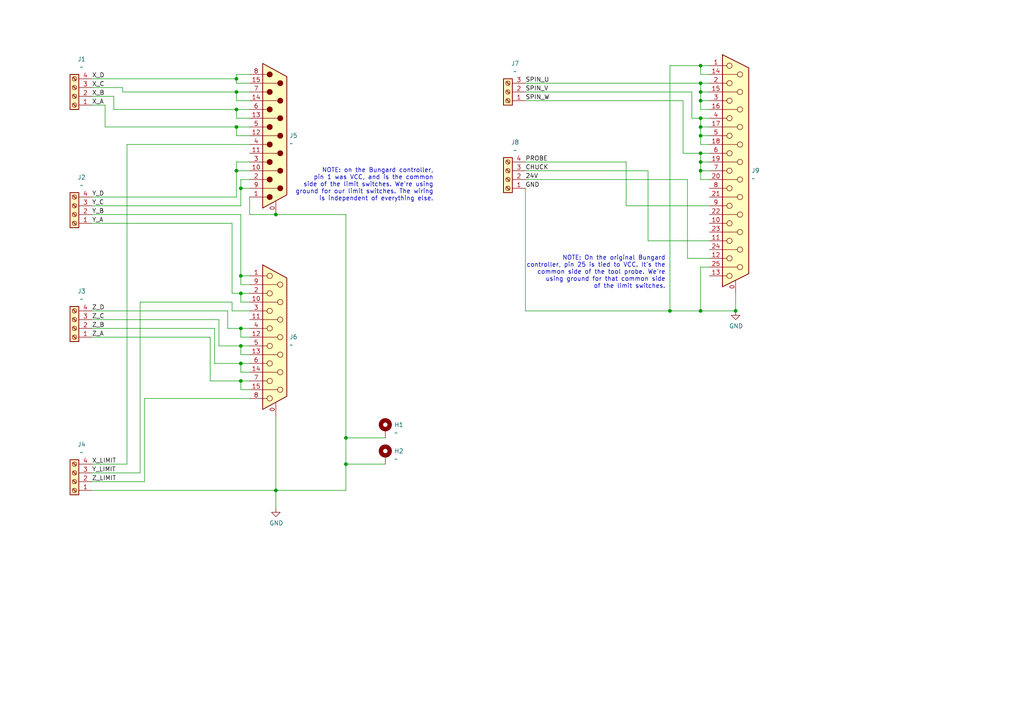
<source format=kicad_sch>
(kicad_sch (version 20211123) (generator eeschema)
  (paper "A4")
  (lib_symbols
    (symbol "Connector:DB15_Female_MountingHoles" (pin_names (offset 1.016) hide)
      (property "Reference" "J" (at 0 24.13 0))
      (property "Value" "DB15_Female_MountingHoles" (at 0 22.225 0))
      (symbol "DB15_Female_MountingHoles_0_1"
        (circle (center -1.778 -17.78) (radius 0.762))
        (circle (center -1.778 -12.7) (radius 0.762))
        (circle (center -1.778 -7.62) (radius 0.762))
        (circle (center -1.778 -2.54) (radius 0.762))
        (circle (center -1.778 2.54) (radius 0.762))
        (circle (center -1.778 7.62) (radius 0.762))
        (circle (center -1.778 12.7) (radius 0.762))
        (circle (center -1.778 17.78) (radius 0.762))
        (polyline (pts (xy -3.81 -17.78) (xy -2.54 -17.78)))
        (polyline (pts (xy -3.81 -15.24) (xy 0.508 -15.24)))
        (polyline (pts (xy -3.81 -12.7) (xy -2.54 -12.7)))
        (polyline (pts (xy -3.81 -10.16) (xy 0.508 -10.16)))
        (polyline (pts (xy -3.81 -7.62) (xy -2.54 -7.62)))
        (polyline (pts (xy -3.81 -5.08) (xy 0.508 -5.08)))
        (polyline (pts (xy -3.81 -2.54) (xy -2.54 -2.54)))
        (polyline (pts (xy -3.81 0) (xy 0.508 0)))
        (polyline (pts (xy -3.81 2.54) (xy -2.54 2.54)))
        (polyline (pts (xy -3.81 5.08) (xy 0.508 5.08)))
        (polyline (pts (xy -3.81 7.62) (xy -2.54 7.62)))
        (polyline (pts (xy -3.81 10.16) (xy 0.508 10.16)))
        (polyline (pts (xy -3.81 12.7) (xy -2.54 12.7)))
        (polyline (pts (xy -3.81 15.24) (xy 0.508 15.24)))
        (polyline (pts (xy -3.81 17.78) (xy -2.54 17.78)))
        (polyline (pts (xy -3.81 20.955) (xy 3.175 17.145) (xy 3.175 -17.145) (xy -3.81 -20.955) (xy -3.81 20.955)) (stroke (width 0.254)) (fill (type background)))
        (circle (center 1.27 -15.24) (radius 0.762))
        (circle (center 1.27 -10.16) (radius 0.762))
        (circle (center 1.27 -5.08) (radius 0.762))
        (circle (center 1.27 0) (radius 0.762))
        (circle (center 1.27 5.08) (radius 0.762))
        (circle (center 1.27 10.16) (radius 0.762))
        (circle (center 1.27 15.24) (radius 0.762))
      )
      (symbol "DB15_Female_MountingHoles_1_1"
        (pin passive line (at 0 -22.86 90) (length 3.81) (name "PAD") (number "0"))
        (pin passive line (at -7.62 17.78 0) (length 3.81) (name "1") (number "1"))
        (pin passive line (at -7.62 10.16 0) (length 3.81) (name "P10") (number "10"))
        (pin passive line (at -7.62 5.08 0) (length 3.81) (name "P111") (number "11"))
        (pin passive line (at -7.62 0 0) (length 3.81) (name "P12") (number "12"))
        (pin passive line (at -7.62 -5.08 0) (length 3.81) (name "P13") (number "13"))
        (pin passive line (at -7.62 -10.16 0) (length 3.81) (name "P14") (number "14"))
        (pin passive line (at -7.62 -15.24 0) (length 3.81) (name "P15") (number "15"))
        (pin passive line (at -7.62 12.7 0) (length 3.81) (name "2") (number "2"))
        (pin passive line (at -7.62 7.62 0) (length 3.81) (name "3") (number "3"))
        (pin passive line (at -7.62 2.54 0) (length 3.81) (name "4") (number "4"))
        (pin passive line (at -7.62 -2.54 0) (length 3.81) (name "5") (number "5"))
        (pin passive line (at -7.62 -7.62 0) (length 3.81) (name "6") (number "6"))
        (pin passive line (at -7.62 -12.7 0) (length 3.81) (name "7") (number "7"))
        (pin passive line (at -7.62 -17.78 0) (length 3.81) (name "8") (number "8"))
        (pin passive line (at -7.62 15.24 0) (length 3.81) (name "P9") (number "9"))
      )
    )
    (symbol "Connector:DB15_Male_MountingHoles" (pin_names (offset 1.016) hide)
      (property "Reference" "J" (at 0 24.13 0))
      (property "Value" "DB15_Male_MountingHoles" (at 0 22.225 0))
      (symbol "DB15_Male_MountingHoles_0_1"
        (circle (center -1.778 -17.78) (radius 0.762) (fill (type outline)))
        (circle (center -1.778 -12.7) (radius 0.762) (fill (type outline)))
        (circle (center -1.778 -7.62) (radius 0.762) (fill (type outline)))
        (circle (center -1.778 -2.54) (radius 0.762) (fill (type outline)))
        (circle (center -1.778 2.54) (radius 0.762) (fill (type outline)))
        (circle (center -1.778 7.62) (radius 0.762) (fill (type outline)))
        (circle (center -1.778 12.7) (radius 0.762) (fill (type outline)))
        (circle (center -1.778 17.78) (radius 0.762) (fill (type outline)))
        (polyline (pts (xy -3.81 -17.78) (xy -2.54 -17.78)))
        (polyline (pts (xy -3.81 -15.24) (xy 0.508 -15.24)))
        (polyline (pts (xy -3.81 -12.7) (xy -2.54 -12.7)))
        (polyline (pts (xy -3.81 -10.16) (xy 0.508 -10.16)))
        (polyline (pts (xy -3.81 -7.62) (xy -2.54 -7.62)))
        (polyline (pts (xy -3.81 -5.08) (xy 0.508 -5.08)))
        (polyline (pts (xy -3.81 -2.54) (xy -2.54 -2.54)))
        (polyline (pts (xy -3.81 0) (xy 0.508 0)))
        (polyline (pts (xy -3.81 2.54) (xy -2.54 2.54)))
        (polyline (pts (xy -3.81 5.08) (xy 0.508 5.08)))
        (polyline (pts (xy -3.81 7.62) (xy -2.54 7.62)))
        (polyline (pts (xy -3.81 10.16) (xy 0.508 10.16)))
        (polyline (pts (xy -3.81 12.7) (xy -2.54 12.7)))
        (polyline (pts (xy -3.81 15.24) (xy 0.508 15.24)))
        (polyline (pts (xy -3.81 17.78) (xy -2.54 17.78)))
        (polyline (pts (xy -3.81 -20.955) (xy 3.175 -17.145) (xy 3.175 17.145) (xy -3.81 20.955) (xy -3.81 -20.955)) (stroke (width 0.254)) (fill (type background)))
        (circle (center 1.27 -15.24) (radius 0.762) (fill (type outline)))
        (circle (center 1.27 -10.16) (radius 0.762) (fill (type outline)))
        (circle (center 1.27 -5.08) (radius 0.762) (fill (type outline)))
        (circle (center 1.27 0) (radius 0.762) (fill (type outline)))
        (circle (center 1.27 5.08) (radius 0.762) (fill (type outline)))
        (circle (center 1.27 10.16) (radius 0.762) (fill (type outline)))
        (circle (center 1.27 15.24) (radius 0.762) (fill (type outline)))
      )
      (symbol "DB15_Male_MountingHoles_1_1"
        (pin passive line (at 0 -22.86 90) (length 3.81) (name "PAD") (number "0"))
        (pin passive line (at -7.62 -17.78 0) (length 3.81) (name "1") (number "1"))
        (pin passive line (at -7.62 -10.16 0) (length 3.81) (name "P10") (number "10"))
        (pin passive line (at -7.62 -5.08 0) (length 3.81) (name "P111") (number "11"))
        (pin passive line (at -7.62 0 0) (length 3.81) (name "P12") (number "12"))
        (pin passive line (at -7.62 5.08 0) (length 3.81) (name "P13") (number "13"))
        (pin passive line (at -7.62 10.16 0) (length 3.81) (name "P14") (number "14"))
        (pin passive line (at -7.62 15.24 0) (length 3.81) (name "P15") (number "15"))
        (pin passive line (at -7.62 -12.7 0) (length 3.81) (name "2") (number "2"))
        (pin passive line (at -7.62 -7.62 0) (length 3.81) (name "3") (number "3"))
        (pin passive line (at -7.62 -2.54 0) (length 3.81) (name "4") (number "4"))
        (pin passive line (at -7.62 2.54 0) (length 3.81) (name "5") (number "5"))
        (pin passive line (at -7.62 7.62 0) (length 3.81) (name "6") (number "6"))
        (pin passive line (at -7.62 12.7 0) (length 3.81) (name "7") (number "7"))
        (pin passive line (at -7.62 17.78 0) (length 3.81) (name "8") (number "8"))
        (pin passive line (at -7.62 -15.24 0) (length 3.81) (name "P9") (number "9"))
      )
    )
    (symbol "Connector:DB25_Female_MountingHoles" (pin_names (offset 1.016) hide)
      (property "Reference" "J" (at 0 36.83 0))
      (property "Value" "DB25_Female_MountingHoles" (at 0 34.925 0))
      (symbol "DB25_Female_MountingHoles_0_1"
        (circle (center -1.778 -30.48) (radius 0.762))
        (circle (center -1.778 -25.4) (radius 0.762))
        (circle (center -1.778 -20.32) (radius 0.762))
        (circle (center -1.778 -15.24) (radius 0.762))
        (circle (center -1.778 -10.16) (radius 0.762))
        (circle (center -1.778 -5.08) (radius 0.762))
        (circle (center -1.778 0) (radius 0.762))
        (circle (center -1.778 5.08) (radius 0.762))
        (circle (center -1.778 10.16) (radius 0.762))
        (circle (center -1.778 15.24) (radius 0.762))
        (circle (center -1.778 20.32) (radius 0.762))
        (circle (center -1.778 25.4) (radius 0.762))
        (circle (center -1.778 30.48) (radius 0.762))
        (polyline (pts (xy -3.81 -30.48) (xy -2.54 -30.48)))
        (polyline (pts (xy -3.81 -27.94) (xy 0.508 -27.94)))
        (polyline (pts (xy -3.81 -25.4) (xy -2.54 -25.4)))
        (polyline (pts (xy -3.81 -22.86) (xy 0.508 -22.86)))
        (polyline (pts (xy -3.81 -20.32) (xy -2.54 -20.32)))
        (polyline (pts (xy -3.81 -17.78) (xy 0.508 -17.78)))
        (polyline (pts (xy -3.81 -15.24) (xy -2.54 -15.24)))
        (polyline (pts (xy -3.81 -12.7) (xy 0.508 -12.7)))
        (polyline (pts (xy -3.81 -10.16) (xy -2.54 -10.16)))
        (polyline (pts (xy -3.81 -7.62) (xy 0.508 -7.62)))
        (polyline (pts (xy -3.81 -5.08) (xy -2.54 -5.08)))
        (polyline (pts (xy -3.81 -2.54) (xy 0.508 -2.54)))
        (polyline (pts (xy -3.81 0) (xy -2.54 0)))
        (polyline (pts (xy -3.81 2.54) (xy 0.508 2.54)))
        (polyline (pts (xy -3.81 5.08) (xy -2.54 5.08)))
        (polyline (pts (xy -3.81 7.62) (xy 0.508 7.62)))
        (polyline (pts (xy -3.81 10.16) (xy -2.54 10.16)))
        (polyline (pts (xy -3.81 12.7) (xy 0.508 12.7)))
        (polyline (pts (xy -3.81 15.24) (xy -2.54 15.24)))
        (polyline (pts (xy -3.81 17.78) (xy 0.508 17.78)))
        (polyline (pts (xy -3.81 20.32) (xy -2.54 20.32)))
        (polyline (pts (xy -3.81 22.86) (xy 0.508 22.86)))
        (polyline (pts (xy -3.81 25.4) (xy -2.54 25.4)))
        (polyline (pts (xy -3.81 27.94) (xy 0.508 27.94)))
        (polyline (pts (xy -3.81 30.48) (xy -2.54 30.48)))
        (polyline (pts (xy -3.81 33.655) (xy 3.81 29.845) (xy 3.81 -29.845) (xy -3.81 -33.655) (xy -3.81 33.655)) (stroke (width 0.254)) (fill (type background)))
        (circle (center 1.27 -27.94) (radius 0.762))
        (circle (center 1.27 -22.86) (radius 0.762))
        (circle (center 1.27 -17.78) (radius 0.762))
        (circle (center 1.27 -12.7) (radius 0.762))
        (circle (center 1.27 -7.62) (radius 0.762))
        (circle (center 1.27 -2.54) (radius 0.762))
        (circle (center 1.27 2.54) (radius 0.762))
        (circle (center 1.27 7.62) (radius 0.762))
        (circle (center 1.27 12.7) (radius 0.762))
        (circle (center 1.27 17.78) (radius 0.762))
        (circle (center 1.27 22.86) (radius 0.762))
        (circle (center 1.27 27.94) (radius 0.762))
      )
      (symbol "DB25_Female_MountingHoles_1_1"
        (pin passive line (at 0 -35.56 90) (length 3.81) (name "PAD") (number "0"))
        (pin passive line (at -7.62 30.48 0) (length 3.81) (name "1") (number "1"))
        (pin passive line (at -7.62 -15.24 0) (length 3.81) (name "10") (number "10"))
        (pin passive line (at -7.62 -20.32 0) (length 3.81) (name "11") (number "11"))
        (pin passive line (at -7.62 -25.4 0) (length 3.81) (name "12") (number "12"))
        (pin passive line (at -7.62 -30.48 0) (length 3.81) (name "13") (number "13"))
        (pin passive line (at -7.62 27.94 0) (length 3.81) (name "P14") (number "14"))
        (pin passive line (at -7.62 22.86 0) (length 3.81) (name "P15") (number "15"))
        (pin passive line (at -7.62 17.78 0) (length 3.81) (name "P16") (number "16"))
        (pin passive line (at -7.62 12.7 0) (length 3.81) (name "P17") (number "17"))
        (pin passive line (at -7.62 7.62 0) (length 3.81) (name "P18") (number "18"))
        (pin passive line (at -7.62 2.54 0) (length 3.81) (name "P19") (number "19"))
        (pin passive line (at -7.62 25.4 0) (length 3.81) (name "2") (number "2"))
        (pin passive line (at -7.62 -2.54 0) (length 3.81) (name "P20") (number "20"))
        (pin passive line (at -7.62 -7.62 0) (length 3.81) (name "P21") (number "21"))
        (pin passive line (at -7.62 -12.7 0) (length 3.81) (name "P22") (number "22"))
        (pin passive line (at -7.62 -17.78 0) (length 3.81) (name "P23") (number "23"))
        (pin passive line (at -7.62 -22.86 0) (length 3.81) (name "P24") (number "24"))
        (pin passive line (at -7.62 -27.94 0) (length 3.81) (name "P25") (number "25"))
        (pin passive line (at -7.62 20.32 0) (length 3.81) (name "3") (number "3"))
        (pin passive line (at -7.62 15.24 0) (length 3.81) (name "4") (number "4"))
        (pin passive line (at -7.62 10.16 0) (length 3.81) (name "5") (number "5"))
        (pin passive line (at -7.62 5.08 0) (length 3.81) (name "6") (number "6"))
        (pin passive line (at -7.62 0 0) (length 3.81) (name "7") (number "7"))
        (pin passive line (at -7.62 -5.08 0) (length 3.81) (name "8") (number "8"))
        (pin passive line (at -7.62 -10.16 0) (length 3.81) (name "9") (number "9"))
      )
    )
    (symbol "Connector:Screw_Terminal_01x03" (pin_names (offset 1.016) hide)
      (property "Reference" "J" (at 0 5.08 0))
      (property "Value" "Screw_Terminal_01x03" (at 0 -5.08 0))
      (symbol "Screw_Terminal_01x03_1_1"
        (rectangle (start -1.27 3.81) (end 1.27 -3.81) (stroke (width 0.254)) (fill (type background)))
        (circle (center 0 -2.54) (radius 0.635) (stroke (width 0.1524)))
        (polyline (pts (xy -0.5334 -2.2098) (xy 0.3302 -3.048)) (stroke (width 0.1524)))
        (polyline (pts (xy -0.5334 0.3302) (xy 0.3302 -0.508)) (stroke (width 0.1524)))
        (polyline (pts (xy -0.5334 2.8702) (xy 0.3302 2.032)) (stroke (width 0.1524)))
        (polyline (pts (xy -0.3556 -2.032) (xy 0.508 -2.8702)) (stroke (width 0.1524)))
        (polyline (pts (xy -0.3556 0.508) (xy 0.508 -0.3302)) (stroke (width 0.1524)))
        (polyline (pts (xy -0.3556 3.048) (xy 0.508 2.2098)) (stroke (width 0.1524)))
        (circle (center 0 0) (radius 0.635) (stroke (width 0.1524)))
        (circle (center 0 2.54) (radius 0.635) (stroke (width 0.1524)))
        (pin passive line (at -5.08 2.54 0) (length 3.81) (name "Pin_1") (number "1"))
        (pin passive line (at -5.08 0 0) (length 3.81) (name "Pin_2") (number "2"))
        (pin passive line (at -5.08 -2.54 0) (length 3.81) (name "Pin_3") (number "3"))
      )
    )
    (symbol "Connector:Screw_Terminal_01x04" (pin_names (offset 1.016) hide)
      (property "Reference" "J" (at 0 5.08 0))
      (property "Value" "Screw_Terminal_01x04" (at 0 -7.62 0))
      (symbol "Screw_Terminal_01x04_1_1"
        (rectangle (start -1.27 3.81) (end 1.27 -6.35) (stroke (width 0.254)) (fill (type background)))
        (circle (center 0 -5.08) (radius 0.635) (stroke (width 0.1524)))
        (circle (center 0 -2.54) (radius 0.635) (stroke (width 0.1524)))
        (polyline (pts (xy -0.5334 -4.7498) (xy 0.3302 -5.588)) (stroke (width 0.1524)))
        (polyline (pts (xy -0.5334 -2.2098) (xy 0.3302 -3.048)) (stroke (width 0.1524)))
        (polyline (pts (xy -0.5334 0.3302) (xy 0.3302 -0.508)) (stroke (width 0.1524)))
        (polyline (pts (xy -0.5334 2.8702) (xy 0.3302 2.032)) (stroke (width 0.1524)))
        (polyline (pts (xy -0.3556 -4.572) (xy 0.508 -5.4102)) (stroke (width 0.1524)))
        (polyline (pts (xy -0.3556 -2.032) (xy 0.508 -2.8702)) (stroke (width 0.1524)))
        (polyline (pts (xy -0.3556 0.508) (xy 0.508 -0.3302)) (stroke (width 0.1524)))
        (polyline (pts (xy -0.3556 3.048) (xy 0.508 2.2098)) (stroke (width 0.1524)))
        (circle (center 0 0) (radius 0.635) (stroke (width 0.1524)))
        (circle (center 0 2.54) (radius 0.635) (stroke (width 0.1524)))
        (pin passive line (at -5.08 2.54 0) (length 3.81) (name "Pin_1") (number "1"))
        (pin passive line (at -5.08 0 0) (length 3.81) (name "Pin_2") (number "2"))
        (pin passive line (at -5.08 -2.54 0) (length 3.81) (name "Pin_3") (number "3"))
        (pin passive line (at -5.08 -5.08 0) (length 3.81) (name "Pin_4") (number "4"))
      )
    )
    (symbol "Mechanical:MountingHole_Pad" (pin_numbers hide) (pin_names (offset 1.016) hide)
      (property "Reference" "H" (at 0 6.35 0))
      (property "Value" "MountingHole_Pad" (at 0 4.445 0))
      (symbol "MountingHole_Pad_0_1"
        (circle (center 0 1.27) (radius 1.27) (stroke (width 1.27)))
      )
      (symbol "MountingHole_Pad_1_1"
        (pin input line (at 0 -2.54 90) (length 2.54) (name "1") (number "1"))
      )
    )
    (symbol "power:GND" (power) (pin_names (offset 0))
      (property "Value" "GND" (at 0 -3.81 0))
      (symbol "GND_0_1"
        (polyline (pts (xy 0 0) (xy 0 -1.27) (xy 1.27 -1.27) (xy 0 -2.54) (xy -1.27 -1.27) (xy 0 -1.27)))
      )
      (symbol "GND_1_1"
        (pin power_in line (at 0 0 270) (length 0) hide (name "GND") (number "1"))
      )
    )
  )
  (junction (at 203.2 26.67))
  (junction (at 203.2 39.37))
  (junction (at 203.2 19.05))
  (junction (at 213.36 90.17))
  (junction (at 69.85 100.33))
  (junction (at 203.2 90.17))
  (junction (at 69.85 95.25))
  (junction (at 68.58 26.67))
  (junction (at 69.85 80.01))
  (junction (at 203.2 29.21))
  (junction (at 203.2 24.13))
  (junction (at 203.2 49.53))
  (junction (at 68.58 49.53))
  (junction (at 80.01 62.23))
  (junction (at 80.01 142.24))
  (junction (at 69.85 54.61))
  (junction (at 100.33 127))
  (junction (at 203.2 44.45))
  (junction (at 68.58 22.86))
  (junction (at 68.58 31.75))
  (junction (at 203.2 34.29))
  (junction (at 203.2 36.83))
  (junction (at 69.85 85.09))
  (junction (at 69.85 110.49))
  (junction (at 203.2 46.99))
  (junction (at 69.85 105.41))
  (junction (at 100.33 134.62))
  (junction (at 68.58 36.83))
  (junction (at 194.31 90.17))
  (wire (pts (xy 69.85 110.49) (xy 69.85 113.03)))
  (wire (pts (xy 41.91 115.57) (xy 41.91 139.7)))
  (wire (pts (xy 68.58 31.75) (xy 72.39 31.75)))
  (wire (pts (xy 203.2 29.21) (xy 203.2 31.75)))
  (wire (pts (xy 72.39 62.23) (xy 80.01 62.23)))
  (wire (pts (xy 69.85 59.69) (xy 69.85 54.61)))
  (wire (pts (xy 26.67 27.94) (xy 33.02 27.94)))
  (wire (pts (xy 69.85 85.09) (xy 72.39 85.09)))
  (wire (pts (xy 67.31 90.17) (xy 72.39 90.17)))
  (wire (pts (xy 205.74 69.85) (xy 187.96 69.85)))
  (wire (pts (xy 69.85 110.49) (xy 72.39 110.49)))
  (wire (pts (xy 203.2 90.17) (xy 213.36 90.17)))
  (wire (pts (xy 203.2 46.99) (xy 203.2 44.45)))
  (wire (pts (xy 40.64 87.63) (xy 67.31 87.63)))
  (wire (pts (xy 36.83 41.91) (xy 36.83 134.62)))
  (wire (pts (xy 60.96 97.79) (xy 60.96 110.49)))
  (wire (pts (xy 80.01 120.65) (xy 80.01 142.24)))
  (wire (pts (xy 198.12 44.45) (xy 203.2 44.45)))
  (wire (pts (xy 203.2 44.45) (xy 205.74 44.45)))
  (wire (pts (xy 69.85 82.55) (xy 72.39 82.55)))
  (wire (pts (xy 26.67 97.79) (xy 60.96 97.79)))
  (wire (pts (xy 111.76 127) (xy 100.33 127)))
  (wire (pts (xy 69.85 87.63) (xy 72.39 87.63)))
  (wire (pts (xy 68.58 26.67) (xy 68.58 29.21)))
  (wire (pts (xy 33.02 27.94) (xy 33.02 31.75)))
  (wire (pts (xy 203.2 31.75) (xy 205.74 31.75)))
  (wire (pts (xy 69.85 97.79) (xy 69.85 95.25)))
  (wire (pts (xy 69.85 52.07) (xy 72.39 52.07)))
  (wire (pts (xy 60.96 110.49) (xy 69.85 110.49)))
  (wire (pts (xy 68.58 22.86) (xy 68.58 21.59)))
  (wire (pts (xy 203.2 29.21) (xy 203.2 26.67)))
  (wire (pts (xy 203.2 24.13) (xy 205.74 24.13)))
  (wire (pts (xy 198.12 29.21) (xy 198.12 44.45)))
  (wire (pts (xy 152.4 54.61) (xy 152.4 90.17)))
  (wire (pts (xy 187.96 69.85) (xy 187.96 49.53)))
  (wire (pts (xy 72.39 49.53) (xy 68.58 49.53)))
  (wire (pts (xy 72.39 97.79) (xy 69.85 97.79)))
  (wire (pts (xy 111.76 134.62) (xy 100.33 134.62)))
  (wire (pts (xy 152.4 52.07) (xy 199.39 52.07)))
  (wire (pts (xy 152.4 90.17) (xy 194.31 90.17)))
  (wire (pts (xy 80.01 142.24) (xy 80.01 147.32)))
  (wire (pts (xy 68.58 57.15) (xy 68.58 49.53)))
  (wire (pts (xy 203.2 77.47) (xy 203.2 90.17)))
  (wire (pts (xy 72.39 115.57) (xy 41.91 115.57)))
  (wire (pts (xy 68.58 26.67) (xy 72.39 26.67)))
  (wire (pts (xy 203.2 41.91) (xy 205.74 41.91)))
  (wire (pts (xy 203.2 36.83) (xy 205.74 36.83)))
  (wire (pts (xy 69.85 105.41) (xy 72.39 105.41)))
  (wire (pts (xy 203.2 21.59) (xy 205.74 21.59)))
  (wire (pts (xy 203.2 34.29) (xy 203.2 36.83)))
  (wire (pts (xy 199.39 74.93) (xy 205.74 74.93)))
  (wire (pts (xy 67.31 85.09) (xy 69.85 85.09)))
  (wire (pts (xy 72.39 54.61) (xy 69.85 54.61)))
  (wire (pts (xy 203.2 34.29) (xy 205.74 34.29)))
  (wire (pts (xy 68.58 46.99) (xy 72.39 46.99)))
  (wire (pts (xy 69.85 107.95) (xy 72.39 107.95)))
  (wire (pts (xy 69.85 95.25) (xy 72.39 95.25)))
  (wire (pts (xy 152.4 24.13) (xy 203.2 24.13)))
  (wire (pts (xy 69.85 113.03) (xy 72.39 113.03)))
  (wire (pts (xy 68.58 21.59) (xy 72.39 21.59)))
  (wire (pts (xy 68.58 29.21) (xy 72.39 29.21)))
  (wire (pts (xy 213.36 90.17) (xy 213.36 85.09)))
  (wire (pts (xy 26.67 22.86) (xy 68.58 22.86)))
  (wire (pts (xy 205.74 59.69) (xy 181.61 59.69)))
  (wire (pts (xy 80.01 62.23) (xy 100.33 62.23)))
  (wire (pts (xy 187.96 49.53) (xy 152.4 49.53)))
  (wire (pts (xy 203.2 49.53) (xy 203.2 46.99)))
  (wire (pts (xy 30.48 36.83) (xy 68.58 36.83)))
  (wire (pts (xy 152.4 26.67) (xy 200.66 26.67)))
  (wire (pts (xy 100.33 142.24) (xy 80.01 142.24)))
  (wire (pts (xy 69.85 80.01) (xy 69.85 82.55)))
  (wire (pts (xy 69.85 102.87) (xy 72.39 102.87)))
  (wire (pts (xy 69.85 100.33) (xy 72.39 100.33)))
  (wire (pts (xy 36.83 134.62) (xy 26.67 134.62)))
  (wire (pts (xy 203.2 36.83) (xy 203.2 39.37)))
  (wire (pts (xy 63.5 100.33) (xy 69.85 100.33)))
  (wire (pts (xy 205.74 26.67) (xy 203.2 26.67)))
  (wire (pts (xy 72.39 41.91) (xy 36.83 41.91)))
  (wire (pts (xy 194.31 90.17) (xy 203.2 90.17)))
  (wire (pts (xy 69.85 54.61) (xy 69.85 52.07)))
  (wire (pts (xy 66.04 90.17) (xy 66.04 95.25)))
  (wire (pts (xy 26.67 137.16) (xy 40.64 137.16)))
  (wire (pts (xy 72.39 24.13) (xy 68.58 24.13)))
  (wire (pts (xy 199.39 52.07) (xy 199.39 74.93)))
  (wire (pts (xy 68.58 36.83) (xy 68.58 39.37)))
  (wire (pts (xy 100.33 62.23) (xy 100.33 127)))
  (wire (pts (xy 26.67 64.77) (xy 67.31 64.77)))
  (wire (pts (xy 205.74 29.21) (xy 203.2 29.21)))
  (wire (pts (xy 203.2 26.67) (xy 203.2 24.13)))
  (wire (pts (xy 100.33 134.62) (xy 100.33 142.24)))
  (wire (pts (xy 26.67 62.23) (xy 69.85 62.23)))
  (wire (pts (xy 203.2 19.05) (xy 203.2 21.59)))
  (wire (pts (xy 68.58 36.83) (xy 72.39 36.83)))
  (wire (pts (xy 205.74 19.05) (xy 203.2 19.05)))
  (wire (pts (xy 200.66 34.29) (xy 203.2 34.29)))
  (wire (pts (xy 40.64 137.16) (xy 40.64 87.63)))
  (wire (pts (xy 72.39 80.01) (xy 69.85 80.01)))
  (wire (pts (xy 35.56 26.67) (xy 68.58 26.67)))
  (wire (pts (xy 100.33 127) (xy 100.33 134.62)))
  (wire (pts (xy 35.56 25.4) (xy 35.56 26.67)))
  (wire (pts (xy 205.74 39.37) (xy 203.2 39.37)))
  (wire (pts (xy 26.67 25.4) (xy 35.56 25.4)))
  (wire (pts (xy 181.61 59.69) (xy 181.61 46.99)))
  (wire (pts (xy 63.5 92.71) (xy 63.5 100.33)))
  (wire (pts (xy 68.58 24.13) (xy 68.58 22.86)))
  (wire (pts (xy 68.58 39.37) (xy 72.39 39.37)))
  (wire (pts (xy 69.85 100.33) (xy 69.85 102.87)))
  (wire (pts (xy 68.58 49.53) (xy 68.58 46.99)))
  (wire (pts (xy 68.58 34.29) (xy 68.58 31.75)))
  (wire (pts (xy 203.2 52.07) (xy 203.2 49.53)))
  (wire (pts (xy 26.67 92.71) (xy 63.5 92.71)))
  (wire (pts (xy 69.85 62.23) (xy 69.85 80.01)))
  (wire (pts (xy 152.4 29.21) (xy 198.12 29.21)))
  (wire (pts (xy 26.67 30.48) (xy 30.48 30.48)))
  (wire (pts (xy 72.39 57.15) (xy 72.39 62.23)))
  (wire (pts (xy 72.39 34.29) (xy 68.58 34.29)))
  (wire (pts (xy 194.31 19.05) (xy 194.31 90.17)))
  (wire (pts (xy 26.67 59.69) (xy 69.85 59.69)))
  (wire (pts (xy 67.31 87.63) (xy 67.31 90.17)))
  (wire (pts (xy 26.67 57.15) (xy 68.58 57.15)))
  (wire (pts (xy 200.66 26.67) (xy 200.66 34.29)))
  (wire (pts (xy 30.48 30.48) (xy 30.48 36.83)))
  (wire (pts (xy 62.23 105.41) (xy 62.23 95.25)))
  (wire (pts (xy 26.67 95.25) (xy 62.23 95.25)))
  (wire (pts (xy 33.02 31.75) (xy 68.58 31.75)))
  (wire (pts (xy 69.85 105.41) (xy 69.85 107.95)))
  (wire (pts (xy 26.67 142.24) (xy 80.01 142.24)))
  (wire (pts (xy 205.74 49.53) (xy 203.2 49.53)))
  (wire (pts (xy 66.04 95.25) (xy 69.85 95.25)))
  (wire (pts (xy 205.74 52.07) (xy 203.2 52.07)))
  (wire (pts (xy 203.2 39.37) (xy 203.2 41.91)))
  (wire (pts (xy 26.67 90.17) (xy 66.04 90.17)))
  (wire (pts (xy 67.31 64.77) (xy 67.31 85.09)))
  (wire (pts (xy 41.91 139.7) (xy 26.67 139.7)))
  (wire (pts (xy 69.85 105.41) (xy 62.23 105.41)))
  (wire (pts (xy 203.2 19.05) (xy 194.31 19.05)))
  (wire (pts (xy 181.61 46.99) (xy 152.4 46.99)))
  (wire (pts (xy 203.2 46.99) (xy 205.74 46.99)))
  (wire (pts (xy 69.85 85.09) (xy 69.85 87.63)))
  (wire (pts (xy 205.74 77.47) (xy 203.2 77.47)))
  (text "NOTE: On the original Bungard\ncontroller, pin 25 is tied to VCC. It's the\ncommon side of the tool probe. We're\nusing ground for that common side\nof the limit switches." (at 193.04 83.82 0) (effects (font (size 1.27 1.27)) (justify right bottom)))
  (text "NOTE: on the Bungard controller,\npin 1 was VCC, and is the common\nside of the limit switches. We're using\nground for our limit switches. The wiring\nis independent of everything else." (at 125.73 58.42 0) (effects (font (size 1.27 1.27)) (justify right bottom)))
  (label "Z_B" (at 26.67 95.25 0))
  (label "Y_C" (at 26.67 59.69 0))
  (label "Z_A" (at 26.67 97.79 0))
  (label "Y_LIMIT" (at 26.67 137.16 0))
  (label "X_B" (at 26.67 27.94 0))
  (label "Z_C" (at 26.67 92.71 0))
  (label "CHUCK" (at 152.4 49.53 0))
  (label "Y_D" (at 26.67 57.15 0))
  (label "24V" (at 152.4 52.07 0))
  (label "X_A" (at 26.67 30.48 0))
  (label "PROBE" (at 152.4 46.99 0))
  (label "Z_D" (at 26.67 90.17 0))
  (label "SPIN_U" (at 152.4 24.13 0))
  (label "SPIN_V" (at 152.4 26.67 0))
  (label "X_LIMIT" (at 26.67 134.62 0))
  (label "X_D" (at 26.67 22.86 0))
  (label "Y_B" (at 26.67 62.23 0))
  (label "X_C" (at 26.67 25.4 0))
  (label "Z_LIMIT" (at 26.67 139.7 0))
  (label "SPIN_W" (at 152.4 29.21 0))
  (label "GND" (at 152.4 54.61 0))
  (label "Y_A" (at 26.67 64.77 0))
  (symbol (lib_id "Connector:DB15_Female_MountingHoles") (at 80.01 97.79 0) (unit 1)
    (property "Reference" "J6" (at 83.9216 97.7392 0) (effects (justify left)))
    (property "Value" "~" (at 83.9216 100.0506 0) (effects (justify left)))
    (property "Footprint" "CPB:DSUB-15_Female_Horizontal_FatPin_P2.77x2.84mm_EdgePinOffset7.70mm_Housed_MountingHolesOffset9.12mm" (effects hide))
    (property "Datasheet" " ~" (effects hide))
  )
  (symbol (lib_id "Connector:DB15_Male_MountingHoles") (at 80.01 39.37 0) (unit 1)
    (property "Reference" "J5" (at 83.9216 39.3192 0) (effects (justify left)))
    (property "Value" "~" (at 83.9216 41.6306 0) (effects (justify left)))
    (property "Footprint" "CPB:DSUB-15_Male_Horizontal_FatPin_P2.77x2.84mm_EdgePinOffset7.70mm_Housed_MountingHolesOffset9.12mm" (effects hide))
    (property "Datasheet" " ~" (effects hide))
  )
  (symbol (lib_id "Connector:Screw_Terminal_01x04") (at 21.59 27.94 180) (unit 1)
    (property "Reference" "J1" (at 23.6728 17.145 0))
    (property "Value" "~" (at 23.6728 19.4564 0))
    (property "Footprint" "CPB:TerminalBlock_MetzConnect_Type086_RT03404HBLC_1x04_P3.81mm_1mm_Horizontal" (effects hide))
  )
  (symbol (lib_id "Connector:Screw_Terminal_01x04") (at 21.59 62.23 180) (unit 1)
    (property "Reference" "J2" (at 23.6728 51.435 0))
    (property "Value" "~" (at 23.6728 53.7464 0))
    (property "Footprint" "CPB:TerminalBlock_MetzConnect_Type086_RT03404HBLC_1x04_P3.81mm_1mm_Horizontal" (effects hide))
  )
  (symbol (lib_id "Connector:Screw_Terminal_01x04") (at 21.59 95.25 180) (unit 1)
    (property "Reference" "J3" (at 23.6728 84.455 0))
    (property "Value" "~" (at 23.6728 86.7664 0))
    (property "Footprint" "CPB:TerminalBlock_MetzConnect_Type086_RT03404HBLC_1x04_P3.81mm_1mm_Horizontal" (effects hide))
  )
  (symbol (lib_id "Connector:Screw_Terminal_01x04") (at 21.59 139.7 180) (unit 1)
    (property "Reference" "J4" (at 23.6728 128.905 0))
    (property "Value" "~" (at 23.6728 131.2164 0))
    (property "Footprint" "CPB:TerminalBlock_MetzConnect_Type086_RT03404HBLC_1x04_P3.81mm_1mm_Horizontal" (effects hide))
  )
  (symbol (lib_id "power:GND") (at 80.01 147.32 0) (unit 1)
    (property "Reference" "#PWR01" (effects hide))
    (property "Value" "~" (at 80.137 151.7142 0))
  )
  (symbol (lib_id "Mechanical:MountingHole_Pad") (at 111.76 132.08 0) (unit 1)
    (property "Reference" "H2" (at 114.3 130.8354 0) (effects (justify left)))
    (property "Value" "~" (at 114.3 133.1468 0) (effects (justify left)))
    (property "Footprint" "MountingHole:MountingHole_5.3mm_M5_Pad" (effects hide))
  )
  (symbol (lib_id "Mechanical:MountingHole_Pad") (at 111.76 124.46 0) (unit 1)
    (property "Reference" "H1" (at 114.3 123.2154 0) (effects (justify left)))
    (property "Value" "~" (at 114.3 125.5268 0) (effects (justify left)))
    (property "Footprint" "MountingHole:MountingHole_5.3mm_M5_Pad" (effects hide))
  )
  (symbol (lib_id "Connector:DB25_Female_MountingHoles") (at 213.36 49.53 0) (unit 1)
    (property "Reference" "J9" (at 217.932 49.4792 0) (effects (justify left)))
    (property "Value" "~" (at 217.932 51.7906 0) (effects (justify left)))
    (property "Footprint" "CPB:DSUB-25_Female_Horizontal_FatPad_P2.77x2.84mm_EdgePinOffset7.70mm_Housed_MountingHolesOffset9.12mm" (effects hide))
    (property "Datasheet" " ~" (effects hide))
  )
  (symbol (lib_id "Connector:Screw_Terminal_01x03") (at 147.32 26.67 180) (unit 1)
    (property "Reference" "J7" (at 149.4028 18.415 0))
    (property "Value" "~" (at 149.4028 20.7264 0))
    (property "Footprint" "TerminalBlock_Phoenix:TerminalBlock_Phoenix_MKDS-3-3-5.08_1x03_P5.08mm_Horizontal" (effects hide))
  )
  (symbol (lib_id "Connector:Screw_Terminal_01x04") (at 147.32 52.07 180) (unit 1)
    (property "Reference" "J8" (at 149.4028 41.275 0))
    (property "Value" "~" (at 149.4028 43.5864 0))
    (property "Footprint" "CPB:TerminalBlock_MetzConnect_Type086_RT03404HBLC_1x04_P3.81mm_1mm_Horizontal" (effects hide))
  )
  (symbol (lib_id "power:GND") (at 213.36 90.17 0) (unit 1)
    (property "Reference" "#PWR02" (effects hide))
    (property "Value" "~" (at 213.487 94.5642 0))
  )
)
</source>
